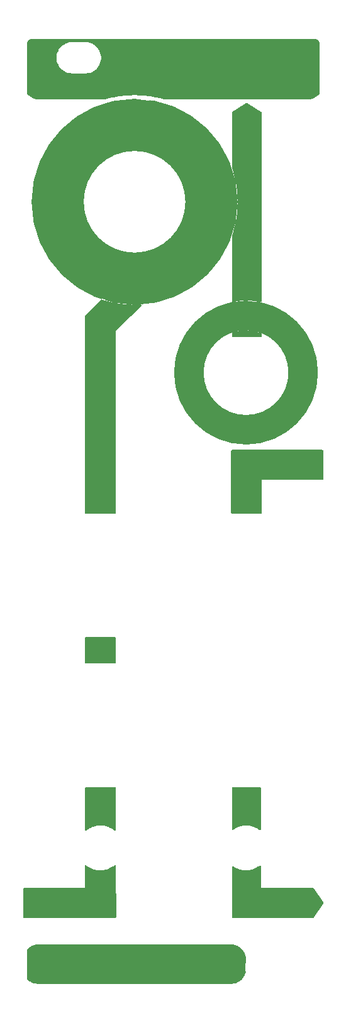
<source format=gbr>
%TF.GenerationSoftware,KiCad,Pcbnew,(6.0.11)*%
%TF.CreationDate,2023-03-01T17:36:46+00:00*%
%TF.ProjectId,Quilter_Panel,5175696c-7465-4725-9f50-616e656c2e6b,rev?*%
%TF.SameCoordinates,Original*%
%TF.FileFunction,Copper,L1,Top*%
%TF.FilePolarity,Positive*%
%FSLAX46Y46*%
G04 Gerber Fmt 4.6, Leading zero omitted, Abs format (unit mm)*
G04 Created by KiCad (PCBNEW (6.0.11)) date 2023-03-01 17:36:46*
%MOMM*%
%LPD*%
G01*
G04 APERTURE LIST*
%TA.AperFunction,NonConductor*%
%ADD10C,7.000000*%
%TD*%
%TA.AperFunction,NonConductor*%
%ADD11C,4.000000*%
%TD*%
G04 APERTURE END LIST*
D10*
X75357727Y-53600000D02*
G75*
G03*
X75357727Y-53600000I-10357727J0D01*
G01*
D11*
X87700000Y-76600000D02*
G75*
G03*
X87700000Y-76600000I-7700000J0D01*
G01*
%TA.AperFunction,NonConductor*%
G36*
X60605458Y-66745466D02*
G01*
X60716054Y-66784630D01*
X60717634Y-66785098D01*
X60717637Y-66785099D01*
X61410361Y-66990293D01*
X61410367Y-66990295D01*
X61411955Y-66990765D01*
X61682851Y-67055801D01*
X62116106Y-67159817D01*
X62116125Y-67159821D01*
X62117691Y-67160197D01*
X62682687Y-67264913D01*
X62829697Y-67292160D01*
X62829701Y-67292161D01*
X62831327Y-67292462D01*
X63346269Y-67360255D01*
X63549265Y-67386980D01*
X63549271Y-67386981D01*
X63550907Y-67387196D01*
X64274459Y-67444141D01*
X65000000Y-67463140D01*
X65725541Y-67444141D01*
X65822602Y-67436502D01*
X65892082Y-67451098D01*
X65942642Y-67500940D01*
X65958228Y-67570205D01*
X65933893Y-67636901D01*
X65920621Y-67652162D01*
X64491026Y-69051345D01*
X62500000Y-71000016D01*
X62500002Y-71010458D01*
X62503803Y-95452980D01*
X62483812Y-95521104D01*
X62430163Y-95567605D01*
X62377803Y-95579000D01*
X58426000Y-95579000D01*
X58357879Y-95558998D01*
X58311386Y-95505342D01*
X58300000Y-95453000D01*
X58300000Y-69051345D01*
X58320002Y-68983224D01*
X58335886Y-68963279D01*
X60473286Y-66776173D01*
X60535203Y-66741434D01*
X60605458Y-66745466D01*
G37*
%TD.AperFunction*%
%TA.AperFunction,NonConductor*%
G36*
X62448552Y-112241002D02*
G01*
X62495045Y-112294658D01*
X62506431Y-112346980D01*
X62506944Y-115652980D01*
X62486953Y-115721104D01*
X62433304Y-115767606D01*
X62380944Y-115779000D01*
X58426000Y-115779000D01*
X58357879Y-115758998D01*
X58311386Y-115705342D01*
X58300000Y-115653000D01*
X58300000Y-112347000D01*
X58320002Y-112278879D01*
X58373658Y-112232386D01*
X58426000Y-112221000D01*
X62380431Y-112221000D01*
X62448552Y-112241002D01*
G37*
%TD.AperFunction*%
%TA.AperFunction,NonConductor*%
G36*
X62451693Y-132441002D02*
G01*
X62498186Y-132494658D01*
X62509572Y-132546979D01*
X62510448Y-138182851D01*
X62490458Y-138250973D01*
X62436809Y-138297474D01*
X62366537Y-138307589D01*
X62306703Y-138282023D01*
X62118185Y-138134206D01*
X62118183Y-138134205D01*
X62115328Y-138131966D01*
X61820291Y-137951168D01*
X61817001Y-137949641D01*
X61816992Y-137949636D01*
X61509728Y-137807009D01*
X61506430Y-137805478D01*
X61409819Y-137773527D01*
X61181348Y-137697967D01*
X61181343Y-137697966D01*
X61177903Y-137696828D01*
X61174348Y-137696092D01*
X61174345Y-137696091D01*
X60842615Y-137627393D01*
X60842612Y-137627393D01*
X60839065Y-137626658D01*
X60685167Y-137612923D01*
X60537560Y-137599749D01*
X60537554Y-137599749D01*
X60534767Y-137599500D01*
X60311811Y-137599500D01*
X60309992Y-137599605D01*
X60309988Y-137599605D01*
X60058167Y-137614125D01*
X60058162Y-137614126D01*
X60054547Y-137614334D01*
X60050978Y-137614957D01*
X60050977Y-137614957D01*
X59717245Y-137673202D01*
X59717238Y-137673204D01*
X59713672Y-137673826D01*
X59710197Y-137674855D01*
X59710190Y-137674857D01*
X59636018Y-137696828D01*
X59381894Y-137772103D01*
X59378558Y-137773526D01*
X59378555Y-137773527D01*
X59066949Y-137906438D01*
X59066946Y-137906440D01*
X59063611Y-137907862D01*
X59060464Y-137909657D01*
X59060460Y-137909659D01*
X58990373Y-137949636D01*
X58763041Y-138079304D01*
X58760129Y-138081443D01*
X58760126Y-138081445D01*
X58688301Y-138134206D01*
X58529343Y-138250973D01*
X58500594Y-138272091D01*
X58433852Y-138296299D01*
X58364617Y-138280581D01*
X58314871Y-138229927D01*
X58300000Y-138170544D01*
X58300000Y-132547000D01*
X58320002Y-132478879D01*
X58373658Y-132432386D01*
X58426000Y-132421000D01*
X62383572Y-132421000D01*
X62451693Y-132441002D01*
G37*
%TD.AperFunction*%
%TA.AperFunction,NonConductor*%
G36*
X62446584Y-142911191D02*
G01*
X62496330Y-142961845D01*
X62511201Y-143021207D01*
X62511287Y-143572607D01*
X62512267Y-149878524D01*
X62492276Y-149946648D01*
X62438627Y-149993149D01*
X62386223Y-150004544D01*
X59340015Y-150003453D01*
X50126955Y-150000152D01*
X50058841Y-149980126D01*
X50012368Y-149926453D01*
X50001000Y-149874152D01*
X50001000Y-146126000D01*
X50021002Y-146057879D01*
X50074658Y-146011386D01*
X50127000Y-146000000D01*
X58300000Y-146000000D01*
X58300000Y-143025324D01*
X58320002Y-142957203D01*
X58373658Y-142910710D01*
X58443932Y-142900606D01*
X58503746Y-142926170D01*
X58684672Y-143068034D01*
X58979709Y-143248832D01*
X58982999Y-143250359D01*
X58983008Y-143250364D01*
X59244601Y-143371791D01*
X59293570Y-143394522D01*
X59297017Y-143395662D01*
X59618652Y-143502033D01*
X59618657Y-143502034D01*
X59622097Y-143503172D01*
X59625652Y-143503908D01*
X59625655Y-143503909D01*
X59957385Y-143572607D01*
X59957388Y-143572607D01*
X59960935Y-143573342D01*
X60092042Y-143585043D01*
X60262440Y-143600251D01*
X60262446Y-143600251D01*
X60265233Y-143600500D01*
X60488189Y-143600500D01*
X60490008Y-143600395D01*
X60490012Y-143600395D01*
X60741833Y-143585875D01*
X60741838Y-143585874D01*
X60745453Y-143585666D01*
X60816067Y-143573342D01*
X61082755Y-143526798D01*
X61082762Y-143526796D01*
X61086328Y-143526174D01*
X61089803Y-143525145D01*
X61089810Y-143525143D01*
X61222582Y-143485814D01*
X61418106Y-143427897D01*
X61496353Y-143394522D01*
X61733051Y-143293562D01*
X61733054Y-143293560D01*
X61736389Y-143292138D01*
X61739536Y-143290343D01*
X61739540Y-143290341D01*
X62033819Y-143122487D01*
X62036959Y-143120696D01*
X62108650Y-143068034D01*
X62259527Y-142957203D01*
X62310607Y-142919681D01*
X62377349Y-142895473D01*
X62446584Y-142911191D01*
G37*
%TD.AperFunction*%
%TA.AperFunction,NonConductor*%
G36*
X80164826Y-40338896D02*
G01*
X82038826Y-41463296D01*
X82086949Y-41515495D01*
X82100000Y-41571340D01*
X82100000Y-66972044D01*
X82079998Y-67040165D01*
X82026342Y-67086658D01*
X81956068Y-67096762D01*
X81946514Y-67095010D01*
X81904147Y-67085540D01*
X81818627Y-67066424D01*
X81754290Y-67056234D01*
X81218379Y-66971354D01*
X81218370Y-66971353D01*
X81216420Y-66971044D01*
X81214451Y-66970858D01*
X81214444Y-66970857D01*
X80611364Y-66913849D01*
X80611351Y-66913848D01*
X80609413Y-66913665D01*
X80607468Y-66913604D01*
X80607454Y-66913603D01*
X80001973Y-66894575D01*
X80000000Y-66894513D01*
X79998027Y-66894575D01*
X79392546Y-66913603D01*
X79392532Y-66913604D01*
X79390587Y-66913665D01*
X79388649Y-66913848D01*
X79388636Y-66913849D01*
X78785556Y-66970857D01*
X78785549Y-66970858D01*
X78783580Y-66971044D01*
X78781630Y-66971353D01*
X78781621Y-66971354D01*
X78403745Y-67031204D01*
X78245711Y-67056234D01*
X78175300Y-67047134D01*
X78120986Y-67001412D01*
X78100000Y-66931785D01*
X78100000Y-58144585D01*
X78107227Y-58102525D01*
X78184082Y-57885493D01*
X78184630Y-57883946D01*
X78390765Y-57188045D01*
X78520187Y-56648964D01*
X78559817Y-56483894D01*
X78559821Y-56483875D01*
X78560197Y-56482309D01*
X78692462Y-55768673D01*
X78787196Y-55049093D01*
X78844141Y-54325541D01*
X78863140Y-53600000D01*
X78844141Y-52874459D01*
X78787196Y-52150907D01*
X78692462Y-51431327D01*
X78560197Y-50717691D01*
X78559821Y-50716125D01*
X78559817Y-50716106D01*
X78391150Y-50013560D01*
X78390765Y-50011955D01*
X78184630Y-49316054D01*
X78107227Y-49097475D01*
X78100000Y-49055415D01*
X78100000Y-41571340D01*
X78120002Y-41503219D01*
X78161174Y-41463296D01*
X80035174Y-40338896D01*
X80103878Y-40321000D01*
X80164826Y-40338896D01*
G37*
%TD.AperFunction*%
%TA.AperFunction,NonConductor*%
G36*
X80074792Y-70901200D02*
G01*
X80531220Y-70925521D01*
X80541494Y-70926492D01*
X80713731Y-70949933D01*
X80994378Y-70988127D01*
X81004551Y-70989939D01*
X81450858Y-71088474D01*
X81460850Y-71091113D01*
X81897608Y-71225895D01*
X81907334Y-71229341D01*
X82020894Y-71274876D01*
X82076677Y-71318794D01*
X82100000Y-71391824D01*
X82100000Y-71674000D01*
X82079998Y-71742121D01*
X82026342Y-71788614D01*
X81974000Y-71800000D01*
X78226000Y-71800000D01*
X78157879Y-71779998D01*
X78111386Y-71726342D01*
X78100000Y-71674000D01*
X78100000Y-71318241D01*
X78120002Y-71250120D01*
X78173658Y-71203627D01*
X78181961Y-71200188D01*
X78224476Y-71184335D01*
X78234269Y-71181134D01*
X78367862Y-71143457D01*
X78674174Y-71057069D01*
X78684225Y-71054674D01*
X79132814Y-70967070D01*
X79143025Y-70965507D01*
X79597286Y-70914956D01*
X79607585Y-70914235D01*
X79986293Y-70903326D01*
X80064460Y-70901074D01*
X80074792Y-70901200D01*
G37*
%TD.AperFunction*%
%TA.AperFunction,NonConductor*%
G36*
X89518350Y-31720502D02*
G01*
X89525738Y-31725632D01*
X89602510Y-31783103D01*
X89616096Y-31794876D01*
X89805124Y-31983904D01*
X89816897Y-31997490D01*
X89874368Y-32074262D01*
X89899179Y-32140782D01*
X89899500Y-32149771D01*
X89899500Y-38950229D01*
X89879498Y-39018350D01*
X89874368Y-39025738D01*
X89816897Y-39102510D01*
X89805124Y-39116096D01*
X89616096Y-39305124D01*
X89602510Y-39316897D01*
X89388498Y-39477105D01*
X89373375Y-39486824D01*
X89138740Y-39614945D01*
X89122393Y-39622411D01*
X88871900Y-39715840D01*
X88854658Y-39720902D01*
X88593433Y-39777728D01*
X88575650Y-39780285D01*
X88353871Y-39796147D01*
X88304487Y-39799679D01*
X88295499Y-39800000D01*
X68984656Y-39800000D01*
X68948870Y-39794811D01*
X68719051Y-39726735D01*
X68719045Y-39726733D01*
X68717457Y-39726263D01*
X68436785Y-39658880D01*
X67987852Y-39551100D01*
X67987833Y-39551096D01*
X67986267Y-39550720D01*
X67399985Y-39442059D01*
X67248522Y-39413987D01*
X67248518Y-39413986D01*
X67246892Y-39413685D01*
X66713479Y-39343460D01*
X66503000Y-39315750D01*
X66502994Y-39315749D01*
X66501358Y-39315534D01*
X65751709Y-39256535D01*
X65000000Y-39236851D01*
X64248291Y-39256535D01*
X63498642Y-39315534D01*
X63497006Y-39315749D01*
X63497000Y-39315750D01*
X63286521Y-39343460D01*
X62753108Y-39413685D01*
X62751482Y-39413986D01*
X62751478Y-39413987D01*
X62600015Y-39442059D01*
X62013733Y-39550720D01*
X62012167Y-39551096D01*
X62012148Y-39551100D01*
X61563215Y-39658880D01*
X61282543Y-39726263D01*
X61280955Y-39726733D01*
X61280949Y-39726735D01*
X61051130Y-39794811D01*
X61015344Y-39800000D01*
X52104501Y-39800000D01*
X52095513Y-39799679D01*
X52046129Y-39796147D01*
X51824350Y-39780285D01*
X51806567Y-39777728D01*
X51545342Y-39720902D01*
X51528100Y-39715840D01*
X51277607Y-39622411D01*
X51261260Y-39614945D01*
X51026625Y-39486824D01*
X51011502Y-39477105D01*
X50797490Y-39316897D01*
X50783904Y-39305124D01*
X50594876Y-39116096D01*
X50583103Y-39102510D01*
X50525632Y-39025738D01*
X50500821Y-38959218D01*
X50500500Y-38950229D01*
X50500500Y-34332200D01*
X54498747Y-34332200D01*
X54499306Y-34336444D01*
X54499306Y-34336448D01*
X54515699Y-34460969D01*
X54536129Y-34616149D01*
X54611702Y-34892398D01*
X54724068Y-35155835D01*
X54871146Y-35401585D01*
X55050215Y-35625100D01*
X55257962Y-35822245D01*
X55490543Y-35989371D01*
X55743653Y-36123386D01*
X56012610Y-36221810D01*
X56292436Y-36282822D01*
X56331901Y-36285928D01*
X56514597Y-36300307D01*
X56514604Y-36300307D01*
X56517053Y-36300500D01*
X58471992Y-36300500D01*
X58474128Y-36300354D01*
X58474139Y-36300354D01*
X58681460Y-36286220D01*
X58681466Y-36286219D01*
X58685737Y-36285928D01*
X58689932Y-36285059D01*
X58689934Y-36285059D01*
X58825961Y-36256889D01*
X58966186Y-36227850D01*
X59236158Y-36132248D01*
X59490658Y-36000891D01*
X59494159Y-35998430D01*
X59494163Y-35998428D01*
X59721471Y-35838673D01*
X59721477Y-35838668D01*
X59724976Y-35836209D01*
X59934776Y-35641251D01*
X59945575Y-35628058D01*
X60113461Y-35422941D01*
X60116177Y-35419623D01*
X60265820Y-35175427D01*
X60272802Y-35159522D01*
X60379214Y-34917110D01*
X60379215Y-34917106D01*
X60380938Y-34913182D01*
X60459400Y-34637739D01*
X60499754Y-34354196D01*
X60501253Y-34067800D01*
X60497798Y-34041552D01*
X60464431Y-33788107D01*
X60463871Y-33783851D01*
X60388298Y-33507602D01*
X60275932Y-33244165D01*
X60128854Y-32998415D01*
X59949785Y-32774900D01*
X59742038Y-32577755D01*
X59509457Y-32410629D01*
X59256347Y-32276614D01*
X58987390Y-32178190D01*
X58707564Y-32117178D01*
X58664389Y-32113780D01*
X58485403Y-32099693D01*
X58485396Y-32099693D01*
X58482947Y-32099500D01*
X56528008Y-32099500D01*
X56525872Y-32099646D01*
X56525861Y-32099646D01*
X56318540Y-32113780D01*
X56318534Y-32113781D01*
X56314263Y-32114072D01*
X56310068Y-32114941D01*
X56310066Y-32114941D01*
X56185285Y-32140782D01*
X56033814Y-32172150D01*
X55763842Y-32267752D01*
X55509342Y-32399109D01*
X55505841Y-32401570D01*
X55505837Y-32401572D01*
X55278529Y-32561327D01*
X55278523Y-32561332D01*
X55275024Y-32563791D01*
X55065224Y-32758749D01*
X55062510Y-32762065D01*
X55062507Y-32762068D01*
X55049256Y-32778258D01*
X54883823Y-32980377D01*
X54734180Y-33224573D01*
X54732453Y-33228507D01*
X54732452Y-33228509D01*
X54725580Y-33244165D01*
X54619062Y-33486818D01*
X54540600Y-33762261D01*
X54500246Y-34045804D01*
X54498747Y-34332200D01*
X50500500Y-34332200D01*
X50500500Y-32149771D01*
X50520502Y-32081650D01*
X50525632Y-32074262D01*
X50583103Y-31997490D01*
X50594876Y-31983904D01*
X50783904Y-31794876D01*
X50797490Y-31783103D01*
X50874262Y-31725632D01*
X50940782Y-31700821D01*
X50949771Y-31700500D01*
X89450229Y-31700500D01*
X89518350Y-31720502D01*
G37*
%TD.AperFunction*%
%TA.AperFunction,NonConductor*%
G36*
X78004487Y-153600321D02*
G01*
X78053871Y-153603853D01*
X78275650Y-153619715D01*
X78293433Y-153622272D01*
X78554658Y-153679098D01*
X78571900Y-153684160D01*
X78822393Y-153777589D01*
X78838740Y-153785055D01*
X79073375Y-153913176D01*
X79088498Y-153922895D01*
X79302510Y-154083103D01*
X79316096Y-154094876D01*
X79505124Y-154283904D01*
X79516897Y-154297490D01*
X79677105Y-154511502D01*
X79686824Y-154526625D01*
X79814945Y-154761260D01*
X79822411Y-154777607D01*
X79915839Y-155028097D01*
X79920902Y-155045342D01*
X79977728Y-155306567D01*
X79980286Y-155324355D01*
X79999679Y-155595513D01*
X80000000Y-155604501D01*
X80000000Y-156006938D01*
X79995179Y-156041457D01*
X79932756Y-156260594D01*
X79892249Y-156545216D01*
X79890743Y-156832703D01*
X79928268Y-157117734D01*
X79929401Y-157121875D01*
X79956835Y-157222156D01*
X79958421Y-157282188D01*
X79920902Y-157454657D01*
X79915838Y-157471905D01*
X79822411Y-157722393D01*
X79814945Y-157738740D01*
X79686824Y-157973375D01*
X79677105Y-157988498D01*
X79516897Y-158202510D01*
X79505124Y-158216096D01*
X79316096Y-158405124D01*
X79302510Y-158416897D01*
X79088498Y-158577105D01*
X79073375Y-158586824D01*
X78838740Y-158714945D01*
X78822393Y-158722411D01*
X78571900Y-158815840D01*
X78554658Y-158820902D01*
X78293433Y-158877728D01*
X78275650Y-158880285D01*
X78053871Y-158896147D01*
X78004487Y-158899679D01*
X77995499Y-158900000D01*
X52004501Y-158900000D01*
X51995513Y-158899679D01*
X51946129Y-158896147D01*
X51724350Y-158880285D01*
X51706567Y-158877728D01*
X51445342Y-158820902D01*
X51428100Y-158815840D01*
X51177607Y-158722411D01*
X51161260Y-158714945D01*
X50926625Y-158586824D01*
X50911502Y-158577105D01*
X50697490Y-158416897D01*
X50683904Y-158405124D01*
X50545405Y-158266625D01*
X50511379Y-158204313D01*
X50508500Y-158177530D01*
X50508500Y-154322470D01*
X50528502Y-154254349D01*
X50545405Y-154233375D01*
X50683904Y-154094876D01*
X50697490Y-154083103D01*
X50911502Y-153922895D01*
X50926625Y-153913176D01*
X51161260Y-153785055D01*
X51177607Y-153777589D01*
X51428100Y-153684160D01*
X51445342Y-153679098D01*
X51706567Y-153622272D01*
X51724350Y-153619715D01*
X51946129Y-153603853D01*
X51995513Y-153600321D01*
X52004501Y-153600000D01*
X77995499Y-153600000D01*
X78004487Y-153600321D01*
G37*
%TD.AperFunction*%
%TA.AperFunction,NonConductor*%
G36*
X90341121Y-87020002D02*
G01*
X90387614Y-87073658D01*
X90399000Y-87126000D01*
X90399000Y-90874000D01*
X90378998Y-90942121D01*
X90325342Y-90988614D01*
X90273000Y-91000000D01*
X82100000Y-91000000D01*
X82100000Y-95453000D01*
X82079998Y-95521121D01*
X82026342Y-95567614D01*
X81974000Y-95579000D01*
X78126000Y-95579000D01*
X78057879Y-95558998D01*
X78011386Y-95505342D01*
X78000000Y-95453000D01*
X78000000Y-87126000D01*
X78020002Y-87057879D01*
X78073658Y-87011386D01*
X78126000Y-87000000D01*
X90273000Y-87000000D01*
X90341121Y-87020002D01*
G37*
%TD.AperFunction*%
%TA.AperFunction,NonConductor*%
G36*
X81942121Y-132441002D02*
G01*
X81988614Y-132494658D01*
X82000000Y-132547000D01*
X82000000Y-138096266D01*
X81979998Y-138164387D01*
X81926342Y-138210880D01*
X81856068Y-138220984D01*
X81796254Y-138195420D01*
X81718185Y-138134206D01*
X81718183Y-138134205D01*
X81715328Y-138131966D01*
X81420291Y-137951168D01*
X81417001Y-137949641D01*
X81416992Y-137949636D01*
X81109728Y-137807009D01*
X81106430Y-137805478D01*
X81009819Y-137773527D01*
X80781348Y-137697967D01*
X80781343Y-137697966D01*
X80777903Y-137696828D01*
X80774348Y-137696092D01*
X80774345Y-137696091D01*
X80442615Y-137627393D01*
X80442612Y-137627393D01*
X80439065Y-137626658D01*
X80285167Y-137612923D01*
X80137560Y-137599749D01*
X80137554Y-137599749D01*
X80134767Y-137599500D01*
X79911811Y-137599500D01*
X79909992Y-137599605D01*
X79909988Y-137599605D01*
X79658167Y-137614125D01*
X79658162Y-137614126D01*
X79654547Y-137614334D01*
X79650978Y-137614957D01*
X79650977Y-137614957D01*
X79317245Y-137673202D01*
X79317238Y-137673204D01*
X79313672Y-137673826D01*
X79310197Y-137674855D01*
X79310190Y-137674857D01*
X79236018Y-137696828D01*
X78981894Y-137772103D01*
X78978558Y-137773526D01*
X78978555Y-137773527D01*
X78666949Y-137906438D01*
X78666946Y-137906440D01*
X78663611Y-137907862D01*
X78660464Y-137909657D01*
X78660460Y-137909659D01*
X78590373Y-137949636D01*
X78363041Y-138079304D01*
X78360129Y-138081443D01*
X78360126Y-138081445D01*
X78300594Y-138125176D01*
X78233852Y-138149384D01*
X78164617Y-138133666D01*
X78114871Y-138083012D01*
X78100000Y-138023629D01*
X78100000Y-132547000D01*
X78120002Y-132478879D01*
X78173658Y-132432386D01*
X78226000Y-132421000D01*
X81874000Y-132421000D01*
X81942121Y-132441002D01*
G37*
%TD.AperFunction*%
%TA.AperFunction,NonConductor*%
G36*
X81935383Y-142992877D02*
G01*
X81985129Y-143043531D01*
X82000000Y-143102914D01*
X82000000Y-146000000D01*
X89075116Y-146000000D01*
X89143237Y-146020002D01*
X89180760Y-146057331D01*
X90378644Y-147900230D01*
X90399000Y-147968899D01*
X90399000Y-148031101D01*
X90378644Y-148099770D01*
X89180720Y-149942731D01*
X89126824Y-149988945D01*
X89075191Y-150000062D01*
X78226113Y-150009886D01*
X78157975Y-149989946D01*
X78111434Y-149936332D01*
X78100000Y-149883886D01*
X78100000Y-143179856D01*
X78120002Y-143111735D01*
X78173658Y-143065242D01*
X78243932Y-143055138D01*
X78291833Y-143072422D01*
X78579709Y-143248832D01*
X78582999Y-143250359D01*
X78583008Y-143250364D01*
X78844601Y-143371791D01*
X78893570Y-143394522D01*
X78897017Y-143395662D01*
X79218652Y-143502033D01*
X79218657Y-143502034D01*
X79222097Y-143503172D01*
X79225652Y-143503908D01*
X79225655Y-143503909D01*
X79557385Y-143572607D01*
X79557388Y-143572607D01*
X79560935Y-143573342D01*
X79692042Y-143585043D01*
X79862440Y-143600251D01*
X79862446Y-143600251D01*
X79865233Y-143600500D01*
X80088189Y-143600500D01*
X80090008Y-143600395D01*
X80090012Y-143600395D01*
X80341833Y-143585875D01*
X80341838Y-143585874D01*
X80345453Y-143585666D01*
X80416067Y-143573342D01*
X80682755Y-143526798D01*
X80682762Y-143526796D01*
X80686328Y-143526174D01*
X80689803Y-143525145D01*
X80689810Y-143525143D01*
X80822582Y-143485814D01*
X81018106Y-143427897D01*
X81096353Y-143394522D01*
X81333051Y-143293562D01*
X81333054Y-143293560D01*
X81336389Y-143292138D01*
X81339536Y-143290343D01*
X81339540Y-143290341D01*
X81633819Y-143122487D01*
X81636959Y-143120696D01*
X81649158Y-143111735D01*
X81799406Y-143001367D01*
X81866148Y-142977159D01*
X81935383Y-142992877D01*
G37*
%TD.AperFunction*%
M02*

</source>
